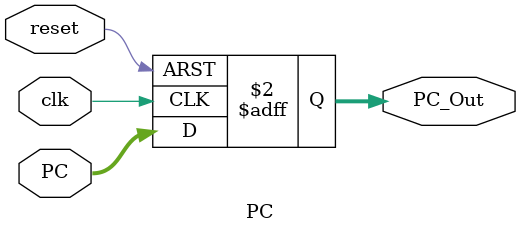
<source format=v>
module PC (input clk,reset,input[31:0] PC,output reg[31:0] PC_Out);
 
 
 
  
always@(posedge clk ,posedge reset) begin
    
  if(reset)
           PC_Out <= 0;
  else
           PC_Out <= PC;
    
end
  
endmodule

</source>
